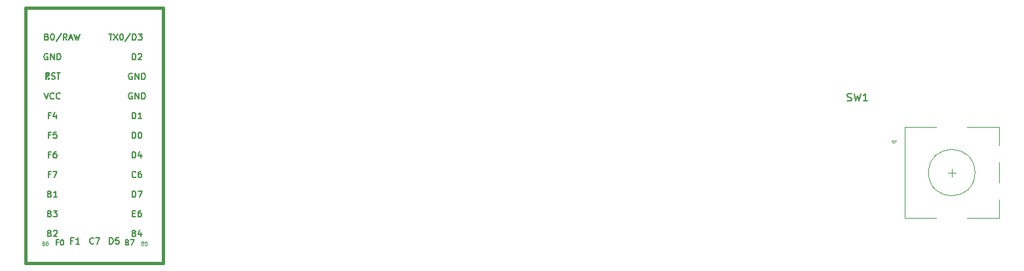
<source format=gbr>
G04 #@! TF.GenerationSoftware,KiCad,Pcbnew,(5.99.0-8951-g09be44a352)*
G04 #@! TF.CreationDate,2021-02-10T23:28:11+02:00*
G04 #@! TF.ProjectId,OsseyPad,4f737365-7950-4616-942e-6b696361645f,rev?*
G04 #@! TF.SameCoordinates,Original*
G04 #@! TF.FileFunction,Legend,Top*
G04 #@! TF.FilePolarity,Positive*
%FSLAX46Y46*%
G04 Gerber Fmt 4.6, Leading zero omitted, Abs format (unit mm)*
G04 Created by KiCad (PCBNEW (5.99.0-8951-g09be44a352)) date 2021-02-10 23:28:11*
%MOMM*%
%LPD*%
G01*
G04 APERTURE LIST*
%ADD10C,0.150000*%
%ADD11C,0.125000*%
%ADD12C,0.120000*%
%ADD13C,0.381000*%
G04 APERTURE END LIST*
D10*
X203160416Y-85954761D02*
X203303273Y-86002380D01*
X203541369Y-86002380D01*
X203636607Y-85954761D01*
X203684226Y-85907142D01*
X203731845Y-85811904D01*
X203731845Y-85716666D01*
X203684226Y-85621428D01*
X203636607Y-85573809D01*
X203541369Y-85526190D01*
X203350892Y-85478571D01*
X203255654Y-85430952D01*
X203208035Y-85383333D01*
X203160416Y-85288095D01*
X203160416Y-85192857D01*
X203208035Y-85097619D01*
X203255654Y-85050000D01*
X203350892Y-85002380D01*
X203588988Y-85002380D01*
X203731845Y-85050000D01*
X204065178Y-85002380D02*
X204303273Y-86002380D01*
X204493750Y-85288095D01*
X204684226Y-86002380D01*
X204922321Y-85002380D01*
X205827083Y-86002380D02*
X205255654Y-86002380D01*
X205541369Y-86002380D02*
X205541369Y-85002380D01*
X205446130Y-85145238D01*
X205350892Y-85240476D01*
X205255654Y-85288095D01*
X101189666Y-104259500D02*
X100956333Y-104259500D01*
X100956333Y-104626166D02*
X100956333Y-103926166D01*
X101289666Y-103926166D01*
X101689666Y-103926166D02*
X101756333Y-103926166D01*
X101823000Y-103959500D01*
X101856333Y-103992833D01*
X101889666Y-104059500D01*
X101923000Y-104192833D01*
X101923000Y-104359500D01*
X101889666Y-104492833D01*
X101856333Y-104559500D01*
X101823000Y-104592833D01*
X101756333Y-104626166D01*
X101689666Y-104626166D01*
X101623000Y-104592833D01*
X101589666Y-104559500D01*
X101556333Y-104492833D01*
X101523000Y-104359500D01*
X101523000Y-104192833D01*
X101556333Y-104059500D01*
X101589666Y-103992833D01*
X101623000Y-103959500D01*
X101689666Y-103926166D01*
X99750142Y-77672357D02*
X99864428Y-77710452D01*
X99902523Y-77748547D01*
X99940619Y-77824738D01*
X99940619Y-77939023D01*
X99902523Y-78015214D01*
X99864428Y-78053309D01*
X99788238Y-78091404D01*
X99483476Y-78091404D01*
X99483476Y-77291404D01*
X99750142Y-77291404D01*
X99826333Y-77329500D01*
X99864428Y-77367595D01*
X99902523Y-77443785D01*
X99902523Y-77519976D01*
X99864428Y-77596166D01*
X99826333Y-77634261D01*
X99750142Y-77672357D01*
X99483476Y-77672357D01*
X100435857Y-77291404D02*
X100512047Y-77291404D01*
X100588238Y-77329500D01*
X100626333Y-77367595D01*
X100664428Y-77443785D01*
X100702523Y-77596166D01*
X100702523Y-77786642D01*
X100664428Y-77939023D01*
X100626333Y-78015214D01*
X100588238Y-78053309D01*
X100512047Y-78091404D01*
X100435857Y-78091404D01*
X100359666Y-78053309D01*
X100321571Y-78015214D01*
X100283476Y-77939023D01*
X100245380Y-77786642D01*
X100245380Y-77596166D01*
X100283476Y-77443785D01*
X100321571Y-77367595D01*
X100359666Y-77329500D01*
X100435857Y-77291404D01*
X101616809Y-77253309D02*
X100931095Y-78281880D01*
X102340619Y-78091404D02*
X102073952Y-77710452D01*
X101883476Y-78091404D02*
X101883476Y-77291404D01*
X102188238Y-77291404D01*
X102264428Y-77329500D01*
X102302523Y-77367595D01*
X102340619Y-77443785D01*
X102340619Y-77558071D01*
X102302523Y-77634261D01*
X102264428Y-77672357D01*
X102188238Y-77710452D01*
X101883476Y-77710452D01*
X102645380Y-77862833D02*
X103026333Y-77862833D01*
X102569190Y-78091404D02*
X102835857Y-77291404D01*
X103102523Y-78091404D01*
X103293000Y-77291404D02*
X103483476Y-78091404D01*
X103635857Y-77519976D01*
X103788238Y-78091404D01*
X103978714Y-77291404D01*
X110793523Y-93341404D02*
X110793523Y-92541404D01*
X110984000Y-92541404D01*
X111098285Y-92579500D01*
X111174476Y-92655690D01*
X111212571Y-92731880D01*
X111250666Y-92884261D01*
X111250666Y-92998547D01*
X111212571Y-93150928D01*
X111174476Y-93227119D01*
X111098285Y-93303309D01*
X110984000Y-93341404D01*
X110793523Y-93341404D01*
X111936380Y-92808071D02*
X111936380Y-93341404D01*
X111745904Y-92503309D02*
X111555428Y-93074738D01*
X112050666Y-93074738D01*
X100138190Y-98002357D02*
X100252476Y-98040452D01*
X100290571Y-98078547D01*
X100328666Y-98154738D01*
X100328666Y-98269023D01*
X100290571Y-98345214D01*
X100252476Y-98383309D01*
X100176285Y-98421404D01*
X99871523Y-98421404D01*
X99871523Y-97621404D01*
X100138190Y-97621404D01*
X100214380Y-97659500D01*
X100252476Y-97697595D01*
X100290571Y-97773785D01*
X100290571Y-97849976D01*
X100252476Y-97926166D01*
X100214380Y-97964261D01*
X100138190Y-98002357D01*
X99871523Y-98002357D01*
X101090571Y-98421404D02*
X100633428Y-98421404D01*
X100862000Y-98421404D02*
X100862000Y-97621404D01*
X100785809Y-97735690D01*
X100709619Y-97811880D01*
X100633428Y-97849976D01*
X100195333Y-90382357D02*
X99928666Y-90382357D01*
X99928666Y-90801404D02*
X99928666Y-90001404D01*
X100309619Y-90001404D01*
X100995333Y-90001404D02*
X100614380Y-90001404D01*
X100576285Y-90382357D01*
X100614380Y-90344261D01*
X100690571Y-90306166D01*
X100881047Y-90306166D01*
X100957238Y-90344261D01*
X100995333Y-90382357D01*
X101033428Y-90458547D01*
X101033428Y-90649023D01*
X100995333Y-90725214D01*
X100957238Y-90763309D01*
X100881047Y-90801404D01*
X100690571Y-90801404D01*
X100614380Y-90763309D01*
X100576285Y-90725214D01*
X100195333Y-92922357D02*
X99928666Y-92922357D01*
X99928666Y-93341404D02*
X99928666Y-92541404D01*
X100309619Y-92541404D01*
X100957238Y-92541404D02*
X100804857Y-92541404D01*
X100728666Y-92579500D01*
X100690571Y-92617595D01*
X100614380Y-92731880D01*
X100576285Y-92884261D01*
X100576285Y-93189023D01*
X100614380Y-93265214D01*
X100652476Y-93303309D01*
X100728666Y-93341404D01*
X100881047Y-93341404D01*
X100957238Y-93303309D01*
X100995333Y-93265214D01*
X101033428Y-93189023D01*
X101033428Y-92998547D01*
X100995333Y-92922357D01*
X100957238Y-92884261D01*
X100881047Y-92846166D01*
X100728666Y-92846166D01*
X100652476Y-92884261D01*
X100614380Y-92922357D01*
X100576285Y-92998547D01*
X107872523Y-104471404D02*
X107872523Y-103671404D01*
X108063000Y-103671404D01*
X108177285Y-103709500D01*
X108253476Y-103785690D01*
X108291571Y-103861880D01*
X108329666Y-104014261D01*
X108329666Y-104128547D01*
X108291571Y-104280928D01*
X108253476Y-104357119D01*
X108177285Y-104433309D01*
X108063000Y-104471404D01*
X107872523Y-104471404D01*
X109053476Y-103671404D02*
X108672523Y-103671404D01*
X108634428Y-104052357D01*
X108672523Y-104014261D01*
X108748714Y-103976166D01*
X108939190Y-103976166D01*
X109015380Y-104014261D01*
X109053476Y-104052357D01*
X109091571Y-104128547D01*
X109091571Y-104319023D01*
X109053476Y-104395214D01*
X109015380Y-104433309D01*
X108939190Y-104471404D01*
X108748714Y-104471404D01*
X108672523Y-104433309D01*
X108634428Y-104395214D01*
X110774476Y-84959500D02*
X110698285Y-84921404D01*
X110584000Y-84921404D01*
X110469714Y-84959500D01*
X110393523Y-85035690D01*
X110355428Y-85111880D01*
X110317333Y-85264261D01*
X110317333Y-85378547D01*
X110355428Y-85530928D01*
X110393523Y-85607119D01*
X110469714Y-85683309D01*
X110584000Y-85721404D01*
X110660190Y-85721404D01*
X110774476Y-85683309D01*
X110812571Y-85645214D01*
X110812571Y-85378547D01*
X110660190Y-85378547D01*
X111155428Y-85721404D02*
X111155428Y-84921404D01*
X111612571Y-85721404D01*
X111612571Y-84921404D01*
X111993523Y-85721404D02*
X111993523Y-84921404D01*
X112184000Y-84921404D01*
X112298285Y-84959500D01*
X112374476Y-85035690D01*
X112412571Y-85111880D01*
X112450666Y-85264261D01*
X112450666Y-85378547D01*
X112412571Y-85530928D01*
X112374476Y-85607119D01*
X112298285Y-85683309D01*
X112184000Y-85721404D01*
X111993523Y-85721404D01*
X110793523Y-98421404D02*
X110793523Y-97621404D01*
X110984000Y-97621404D01*
X111098285Y-97659500D01*
X111174476Y-97735690D01*
X111212571Y-97811880D01*
X111250666Y-97964261D01*
X111250666Y-98078547D01*
X111212571Y-98230928D01*
X111174476Y-98307119D01*
X111098285Y-98383309D01*
X110984000Y-98421404D01*
X110793523Y-98421404D01*
X111517333Y-97621404D02*
X112050666Y-97621404D01*
X111707809Y-98421404D01*
X105789666Y-104395214D02*
X105751571Y-104433309D01*
X105637285Y-104471404D01*
X105561095Y-104471404D01*
X105446809Y-104433309D01*
X105370619Y-104357119D01*
X105332523Y-104280928D01*
X105294428Y-104128547D01*
X105294428Y-104014261D01*
X105332523Y-103861880D01*
X105370619Y-103785690D01*
X105446809Y-103709500D01*
X105561095Y-103671404D01*
X105637285Y-103671404D01*
X105751571Y-103709500D01*
X105789666Y-103747595D01*
X106056333Y-103671404D02*
X106589666Y-103671404D01*
X106246809Y-104471404D01*
X99852476Y-79879500D02*
X99776285Y-79841404D01*
X99662000Y-79841404D01*
X99547714Y-79879500D01*
X99471523Y-79955690D01*
X99433428Y-80031880D01*
X99395333Y-80184261D01*
X99395333Y-80298547D01*
X99433428Y-80450928D01*
X99471523Y-80527119D01*
X99547714Y-80603309D01*
X99662000Y-80641404D01*
X99738190Y-80641404D01*
X99852476Y-80603309D01*
X99890571Y-80565214D01*
X99890571Y-80298547D01*
X99738190Y-80298547D01*
X100233428Y-80641404D02*
X100233428Y-79841404D01*
X100690571Y-80641404D01*
X100690571Y-79841404D01*
X101071523Y-80641404D02*
X101071523Y-79841404D01*
X101262000Y-79841404D01*
X101376285Y-79879500D01*
X101452476Y-79955690D01*
X101490571Y-80031880D01*
X101528666Y-80184261D01*
X101528666Y-80298547D01*
X101490571Y-80450928D01*
X101452476Y-80527119D01*
X101376285Y-80603309D01*
X101262000Y-80641404D01*
X101071523Y-80641404D01*
X110793523Y-88261404D02*
X110793523Y-87461404D01*
X110984000Y-87461404D01*
X111098285Y-87499500D01*
X111174476Y-87575690D01*
X111212571Y-87651880D01*
X111250666Y-87804261D01*
X111250666Y-87918547D01*
X111212571Y-88070928D01*
X111174476Y-88147119D01*
X111098285Y-88223309D01*
X110984000Y-88261404D01*
X110793523Y-88261404D01*
X112012571Y-88261404D02*
X111555428Y-88261404D01*
X111784000Y-88261404D02*
X111784000Y-87461404D01*
X111707809Y-87575690D01*
X111631619Y-87651880D01*
X111555428Y-87689976D01*
X110793523Y-90801404D02*
X110793523Y-90001404D01*
X110984000Y-90001404D01*
X111098285Y-90039500D01*
X111174476Y-90115690D01*
X111212571Y-90191880D01*
X111250666Y-90344261D01*
X111250666Y-90458547D01*
X111212571Y-90610928D01*
X111174476Y-90687119D01*
X111098285Y-90763309D01*
X110984000Y-90801404D01*
X110793523Y-90801404D01*
X111745904Y-90001404D02*
X111822095Y-90001404D01*
X111898285Y-90039500D01*
X111936380Y-90077595D01*
X111974476Y-90153785D01*
X112012571Y-90306166D01*
X112012571Y-90496642D01*
X111974476Y-90649023D01*
X111936380Y-90725214D01*
X111898285Y-90763309D01*
X111822095Y-90801404D01*
X111745904Y-90801404D01*
X111669714Y-90763309D01*
X111631619Y-90725214D01*
X111593523Y-90649023D01*
X111555428Y-90496642D01*
X111555428Y-90306166D01*
X111593523Y-90153785D01*
X111631619Y-90077595D01*
X111669714Y-90039500D01*
X111745904Y-90001404D01*
X111060190Y-103082357D02*
X111174476Y-103120452D01*
X111212571Y-103158547D01*
X111250666Y-103234738D01*
X111250666Y-103349023D01*
X111212571Y-103425214D01*
X111174476Y-103463309D01*
X111098285Y-103501404D01*
X110793523Y-103501404D01*
X110793523Y-102701404D01*
X111060190Y-102701404D01*
X111136380Y-102739500D01*
X111174476Y-102777595D01*
X111212571Y-102853785D01*
X111212571Y-102929976D01*
X111174476Y-103006166D01*
X111136380Y-103044261D01*
X111060190Y-103082357D01*
X110793523Y-103082357D01*
X111936380Y-102968071D02*
X111936380Y-103501404D01*
X111745904Y-102663309D02*
X111555428Y-103234738D01*
X112050666Y-103234738D01*
D11*
X112120619Y-104373785D02*
X112192047Y-104397595D01*
X112215857Y-104421404D01*
X112239666Y-104469023D01*
X112239666Y-104540452D01*
X112215857Y-104588071D01*
X112192047Y-104611880D01*
X112144428Y-104635690D01*
X111953952Y-104635690D01*
X111953952Y-104135690D01*
X112120619Y-104135690D01*
X112168238Y-104159500D01*
X112192047Y-104183309D01*
X112215857Y-104230928D01*
X112215857Y-104278547D01*
X112192047Y-104326166D01*
X112168238Y-104349976D01*
X112120619Y-104373785D01*
X111953952Y-104373785D01*
X112692047Y-104135690D02*
X112453952Y-104135690D01*
X112430142Y-104373785D01*
X112453952Y-104349976D01*
X112501571Y-104326166D01*
X112620619Y-104326166D01*
X112668238Y-104349976D01*
X112692047Y-104373785D01*
X112715857Y-104421404D01*
X112715857Y-104540452D01*
X112692047Y-104588071D01*
X112668238Y-104611880D01*
X112620619Y-104635690D01*
X112501571Y-104635690D01*
X112453952Y-104611880D01*
X112430142Y-104588071D01*
D10*
X107732523Y-77301404D02*
X108189666Y-77301404D01*
X107961095Y-78101404D02*
X107961095Y-77301404D01*
X108380142Y-77301404D02*
X108913476Y-78101404D01*
X108913476Y-77301404D02*
X108380142Y-78101404D01*
X109370619Y-77301404D02*
X109446809Y-77301404D01*
X109523000Y-77339500D01*
X109561095Y-77377595D01*
X109599190Y-77453785D01*
X109637285Y-77606166D01*
X109637285Y-77796642D01*
X109599190Y-77949023D01*
X109561095Y-78025214D01*
X109523000Y-78063309D01*
X109446809Y-78101404D01*
X109370619Y-78101404D01*
X109294428Y-78063309D01*
X109256333Y-78025214D01*
X109218238Y-77949023D01*
X109180142Y-77796642D01*
X109180142Y-77606166D01*
X109218238Y-77453785D01*
X109256333Y-77377595D01*
X109294428Y-77339500D01*
X109370619Y-77301404D01*
X110551571Y-77263309D02*
X109865857Y-78291880D01*
X110818238Y-78101404D02*
X110818238Y-77301404D01*
X111008714Y-77301404D01*
X111123000Y-77339500D01*
X111199190Y-77415690D01*
X111237285Y-77491880D01*
X111275380Y-77644261D01*
X111275380Y-77758547D01*
X111237285Y-77910928D01*
X111199190Y-77987119D01*
X111123000Y-78063309D01*
X111008714Y-78101404D01*
X110818238Y-78101404D01*
X111542047Y-77301404D02*
X112037285Y-77301404D01*
X111770619Y-77606166D01*
X111884904Y-77606166D01*
X111961095Y-77644261D01*
X111999190Y-77682357D01*
X112037285Y-77758547D01*
X112037285Y-77949023D01*
X111999190Y-78025214D01*
X111961095Y-78063309D01*
X111884904Y-78101404D01*
X111656333Y-78101404D01*
X111580142Y-78063309D01*
X111542047Y-78025214D01*
X100195333Y-95462357D02*
X99928666Y-95462357D01*
X99928666Y-95881404D02*
X99928666Y-95081404D01*
X100309619Y-95081404D01*
X100538190Y-95081404D02*
X101071523Y-95081404D01*
X100728666Y-95881404D01*
X100195333Y-87842357D02*
X99928666Y-87842357D01*
X99928666Y-88261404D02*
X99928666Y-87461404D01*
X100309619Y-87461404D01*
X100957238Y-87728071D02*
X100957238Y-88261404D01*
X100766761Y-87423309D02*
X100576285Y-87994738D01*
X101071523Y-87994738D01*
X99395333Y-84921404D02*
X99662000Y-85721404D01*
X99928666Y-84921404D01*
X100652476Y-85645214D02*
X100614380Y-85683309D01*
X100500095Y-85721404D01*
X100423904Y-85721404D01*
X100309619Y-85683309D01*
X100233428Y-85607119D01*
X100195333Y-85530928D01*
X100157238Y-85378547D01*
X100157238Y-85264261D01*
X100195333Y-85111880D01*
X100233428Y-85035690D01*
X100309619Y-84959500D01*
X100423904Y-84921404D01*
X100500095Y-84921404D01*
X100614380Y-84959500D01*
X100652476Y-84997595D01*
X101452476Y-85645214D02*
X101414380Y-85683309D01*
X101300095Y-85721404D01*
X101223904Y-85721404D01*
X101109619Y-85683309D01*
X101033428Y-85607119D01*
X100995333Y-85530928D01*
X100957238Y-85378547D01*
X100957238Y-85264261D01*
X100995333Y-85111880D01*
X101033428Y-85035690D01*
X101109619Y-84959500D01*
X101223904Y-84921404D01*
X101300095Y-84921404D01*
X101414380Y-84959500D01*
X101452476Y-84997595D01*
X100349666Y-83123309D02*
X100463952Y-83161404D01*
X100654428Y-83161404D01*
X100730619Y-83123309D01*
X100768714Y-83085214D01*
X100806809Y-83009023D01*
X100806809Y-82932833D01*
X100768714Y-82856642D01*
X100730619Y-82818547D01*
X100654428Y-82780452D01*
X100502047Y-82742357D01*
X100425857Y-82704261D01*
X100387761Y-82666166D01*
X100349666Y-82589976D01*
X100349666Y-82513785D01*
X100387761Y-82437595D01*
X100425857Y-82399500D01*
X100502047Y-82361404D01*
X100692523Y-82361404D01*
X100806809Y-82399500D01*
X101035380Y-82361404D02*
X101492523Y-82361404D01*
X101263952Y-83161404D02*
X101263952Y-82361404D01*
X110774476Y-82419500D02*
X110698285Y-82381404D01*
X110584000Y-82381404D01*
X110469714Y-82419500D01*
X110393523Y-82495690D01*
X110355428Y-82571880D01*
X110317333Y-82724261D01*
X110317333Y-82838547D01*
X110355428Y-82990928D01*
X110393523Y-83067119D01*
X110469714Y-83143309D01*
X110584000Y-83181404D01*
X110660190Y-83181404D01*
X110774476Y-83143309D01*
X110812571Y-83105214D01*
X110812571Y-82838547D01*
X110660190Y-82838547D01*
X111155428Y-83181404D02*
X111155428Y-82381404D01*
X111612571Y-83181404D01*
X111612571Y-82381404D01*
X111993523Y-83181404D02*
X111993523Y-82381404D01*
X112184000Y-82381404D01*
X112298285Y-82419500D01*
X112374476Y-82495690D01*
X112412571Y-82571880D01*
X112450666Y-82724261D01*
X112450666Y-82838547D01*
X112412571Y-82990928D01*
X112374476Y-83067119D01*
X112298285Y-83143309D01*
X112184000Y-83181404D01*
X111993523Y-83181404D01*
X110139666Y-104259500D02*
X110239666Y-104292833D01*
X110273000Y-104326166D01*
X110306333Y-104392833D01*
X110306333Y-104492833D01*
X110273000Y-104559500D01*
X110239666Y-104592833D01*
X110173000Y-104626166D01*
X109906333Y-104626166D01*
X109906333Y-103926166D01*
X110139666Y-103926166D01*
X110206333Y-103959500D01*
X110239666Y-103992833D01*
X110273000Y-104059500D01*
X110273000Y-104126166D01*
X110239666Y-104192833D01*
X110206333Y-104226166D01*
X110139666Y-104259500D01*
X109906333Y-104259500D01*
X110539666Y-103926166D02*
X111006333Y-103926166D01*
X110706333Y-104626166D01*
X110793523Y-80641404D02*
X110793523Y-79841404D01*
X110984000Y-79841404D01*
X111098285Y-79879500D01*
X111174476Y-79955690D01*
X111212571Y-80031880D01*
X111250666Y-80184261D01*
X111250666Y-80298547D01*
X111212571Y-80450928D01*
X111174476Y-80527119D01*
X111098285Y-80603309D01*
X110984000Y-80641404D01*
X110793523Y-80641404D01*
X111555428Y-79917595D02*
X111593523Y-79879500D01*
X111669714Y-79841404D01*
X111860190Y-79841404D01*
X111936380Y-79879500D01*
X111974476Y-79917595D01*
X112012571Y-79993785D01*
X112012571Y-80069976D01*
X111974476Y-80184261D01*
X111517333Y-80641404D01*
X112012571Y-80641404D01*
X100138190Y-103082357D02*
X100252476Y-103120452D01*
X100290571Y-103158547D01*
X100328666Y-103234738D01*
X100328666Y-103349023D01*
X100290571Y-103425214D01*
X100252476Y-103463309D01*
X100176285Y-103501404D01*
X99871523Y-103501404D01*
X99871523Y-102701404D01*
X100138190Y-102701404D01*
X100214380Y-102739500D01*
X100252476Y-102777595D01*
X100290571Y-102853785D01*
X100290571Y-102929976D01*
X100252476Y-103006166D01*
X100214380Y-103044261D01*
X100138190Y-103082357D01*
X99871523Y-103082357D01*
X100633428Y-102777595D02*
X100671523Y-102739500D01*
X100747714Y-102701404D01*
X100938190Y-102701404D01*
X101014380Y-102739500D01*
X101052476Y-102777595D01*
X101090571Y-102853785D01*
X101090571Y-102929976D01*
X101052476Y-103044261D01*
X100595333Y-103501404D01*
X101090571Y-103501404D01*
X111250666Y-95805214D02*
X111212571Y-95843309D01*
X111098285Y-95881404D01*
X111022095Y-95881404D01*
X110907809Y-95843309D01*
X110831619Y-95767119D01*
X110793523Y-95690928D01*
X110755428Y-95538547D01*
X110755428Y-95424261D01*
X110793523Y-95271880D01*
X110831619Y-95195690D01*
X110907809Y-95119500D01*
X111022095Y-95081404D01*
X111098285Y-95081404D01*
X111212571Y-95119500D01*
X111250666Y-95157595D01*
X111936380Y-95081404D02*
X111784000Y-95081404D01*
X111707809Y-95119500D01*
X111669714Y-95157595D01*
X111593523Y-95271880D01*
X111555428Y-95424261D01*
X111555428Y-95729023D01*
X111593523Y-95805214D01*
X111631619Y-95843309D01*
X111707809Y-95881404D01*
X111860190Y-95881404D01*
X111936380Y-95843309D01*
X111974476Y-95805214D01*
X112012571Y-95729023D01*
X112012571Y-95538547D01*
X111974476Y-95462357D01*
X111936380Y-95424261D01*
X111860190Y-95386166D01*
X111707809Y-95386166D01*
X111631619Y-95424261D01*
X111593523Y-95462357D01*
X111555428Y-95538547D01*
X100138190Y-100542357D02*
X100252476Y-100580452D01*
X100290571Y-100618547D01*
X100328666Y-100694738D01*
X100328666Y-100809023D01*
X100290571Y-100885214D01*
X100252476Y-100923309D01*
X100176285Y-100961404D01*
X99871523Y-100961404D01*
X99871523Y-100161404D01*
X100138190Y-100161404D01*
X100214380Y-100199500D01*
X100252476Y-100237595D01*
X100290571Y-100313785D01*
X100290571Y-100389976D01*
X100252476Y-100466166D01*
X100214380Y-100504261D01*
X100138190Y-100542357D01*
X99871523Y-100542357D01*
X100595333Y-100161404D02*
X101090571Y-100161404D01*
X100823904Y-100466166D01*
X100938190Y-100466166D01*
X101014380Y-100504261D01*
X101052476Y-100542357D01*
X101090571Y-100618547D01*
X101090571Y-100809023D01*
X101052476Y-100885214D01*
X101014380Y-100923309D01*
X100938190Y-100961404D01*
X100709619Y-100961404D01*
X100633428Y-100923309D01*
X100595333Y-100885214D01*
D11*
X99320619Y-104373785D02*
X99392047Y-104397595D01*
X99415857Y-104421404D01*
X99439666Y-104469023D01*
X99439666Y-104540452D01*
X99415857Y-104588071D01*
X99392047Y-104611880D01*
X99344428Y-104635690D01*
X99153952Y-104635690D01*
X99153952Y-104135690D01*
X99320619Y-104135690D01*
X99368238Y-104159500D01*
X99392047Y-104183309D01*
X99415857Y-104230928D01*
X99415857Y-104278547D01*
X99392047Y-104326166D01*
X99368238Y-104349976D01*
X99320619Y-104373785D01*
X99153952Y-104373785D01*
X99868238Y-104135690D02*
X99773000Y-104135690D01*
X99725380Y-104159500D01*
X99701571Y-104183309D01*
X99653952Y-104254738D01*
X99630142Y-104349976D01*
X99630142Y-104540452D01*
X99653952Y-104588071D01*
X99677761Y-104611880D01*
X99725380Y-104635690D01*
X99820619Y-104635690D01*
X99868238Y-104611880D01*
X99892047Y-104588071D01*
X99915857Y-104540452D01*
X99915857Y-104421404D01*
X99892047Y-104373785D01*
X99868238Y-104349976D01*
X99820619Y-104326166D01*
X99725380Y-104326166D01*
X99677761Y-104349976D01*
X99653952Y-104373785D01*
X99630142Y-104421404D01*
D10*
X103116333Y-104052357D02*
X102849666Y-104052357D01*
X102849666Y-104471404D02*
X102849666Y-103671404D01*
X103230619Y-103671404D01*
X103954428Y-104471404D02*
X103497285Y-104471404D01*
X103725857Y-104471404D02*
X103725857Y-103671404D01*
X103649666Y-103785690D01*
X103573476Y-103861880D01*
X103497285Y-103899976D01*
X110831619Y-100542357D02*
X111098285Y-100542357D01*
X111212571Y-100961404D02*
X110831619Y-100961404D01*
X110831619Y-100161404D01*
X111212571Y-100161404D01*
X111898285Y-100161404D02*
X111745904Y-100161404D01*
X111669714Y-100199500D01*
X111631619Y-100237595D01*
X111555428Y-100351880D01*
X111517333Y-100504261D01*
X111517333Y-100809023D01*
X111555428Y-100885214D01*
X111593523Y-100923309D01*
X111669714Y-100961404D01*
X111822095Y-100961404D01*
X111898285Y-100923309D01*
X111936380Y-100885214D01*
X111974476Y-100809023D01*
X111974476Y-100618547D01*
X111936380Y-100542357D01*
X111898285Y-100504261D01*
X111822095Y-100466166D01*
X111669714Y-100466166D01*
X111593523Y-100504261D01*
X111555428Y-100542357D01*
X111517333Y-100618547D01*
D12*
X222793750Y-93950000D02*
X222793750Y-96550000D01*
X214693750Y-101150000D02*
X210593750Y-101150000D01*
X222793750Y-89350000D02*
X222793750Y-91750000D01*
X209193750Y-91450000D02*
X208893750Y-91150000D01*
X218693750Y-89350000D02*
X222793750Y-89350000D01*
X214693750Y-89350000D02*
X210593750Y-89350000D01*
X208893750Y-91150000D02*
X209493750Y-91150000D01*
X209493750Y-91150000D02*
X209193750Y-91450000D01*
X222793750Y-101150000D02*
X218693750Y-101150000D01*
X222793750Y-98750000D02*
X222793750Y-101150000D01*
X216693750Y-94750000D02*
X216693750Y-95750000D01*
X210593750Y-89350000D02*
X210593750Y-101150000D01*
X216193750Y-95250000D02*
X217193750Y-95250000D01*
X219693750Y-95250000D02*
G75*
G03*
X219693750Y-95250000I-3000000J0D01*
G01*
D13*
X114813000Y-106949500D02*
X97033000Y-106949500D01*
X97033000Y-73929500D02*
X114813000Y-73929500D01*
X97033000Y-106949500D02*
X97033000Y-73929500D01*
X114813000Y-73929500D02*
X114813000Y-106949500D01*
D10*
X99678365Y-82358530D02*
X99678365Y-83158530D01*
X99678365Y-83158530D02*
X99578365Y-83158530D01*
X99578365Y-83158530D02*
X99578365Y-82358530D01*
X99578365Y-82358530D02*
X99678365Y-82358530D01*
G36*
X99678365Y-83158530D02*
G01*
X99578365Y-83158530D01*
X99578365Y-82358530D01*
X99678365Y-82358530D01*
X99678365Y-83158530D01*
G37*
X99678365Y-83158530D02*
X99578365Y-83158530D01*
X99578365Y-82358530D01*
X99678365Y-82358530D01*
X99678365Y-83158530D01*
X99878365Y-82758530D02*
X99878365Y-82858530D01*
X99878365Y-82858530D02*
X99778365Y-82858530D01*
X99778365Y-82858530D02*
X99778365Y-82758530D01*
X99778365Y-82758530D02*
X99878365Y-82758530D01*
G36*
X99878365Y-82858530D02*
G01*
X99778365Y-82858530D01*
X99778365Y-82758530D01*
X99878365Y-82758530D01*
X99878365Y-82858530D01*
G37*
X99878365Y-82858530D02*
X99778365Y-82858530D01*
X99778365Y-82758530D01*
X99878365Y-82758530D01*
X99878365Y-82858530D01*
X100078365Y-82958530D02*
X100078365Y-83158530D01*
X100078365Y-83158530D02*
X99978365Y-83158530D01*
X99978365Y-83158530D02*
X99978365Y-82958530D01*
X99978365Y-82958530D02*
X100078365Y-82958530D01*
G36*
X100078365Y-83158530D02*
G01*
X99978365Y-83158530D01*
X99978365Y-82958530D01*
X100078365Y-82958530D01*
X100078365Y-83158530D01*
G37*
X100078365Y-83158530D02*
X99978365Y-83158530D01*
X99978365Y-82958530D01*
X100078365Y-82958530D01*
X100078365Y-83158530D01*
X100078365Y-82358530D02*
X100078365Y-82658530D01*
X100078365Y-82658530D02*
X99978365Y-82658530D01*
X99978365Y-82658530D02*
X99978365Y-82358530D01*
X99978365Y-82358530D02*
X100078365Y-82358530D01*
G36*
X100078365Y-82658530D02*
G01*
X99978365Y-82658530D01*
X99978365Y-82358530D01*
X100078365Y-82358530D01*
X100078365Y-82658530D01*
G37*
X100078365Y-82658530D02*
X99978365Y-82658530D01*
X99978365Y-82358530D01*
X100078365Y-82358530D01*
X100078365Y-82658530D01*
X100078365Y-82358530D02*
X100078365Y-82458530D01*
X100078365Y-82458530D02*
X99578365Y-82458530D01*
X99578365Y-82458530D02*
X99578365Y-82358530D01*
X99578365Y-82358530D02*
X100078365Y-82358530D01*
G36*
X100078365Y-82458530D02*
G01*
X99578365Y-82458530D01*
X99578365Y-82358530D01*
X100078365Y-82358530D01*
X100078365Y-82458530D01*
G37*
X100078365Y-82458530D02*
X99578365Y-82458530D01*
X99578365Y-82358530D01*
X100078365Y-82358530D01*
X100078365Y-82458530D01*
M02*

</source>
